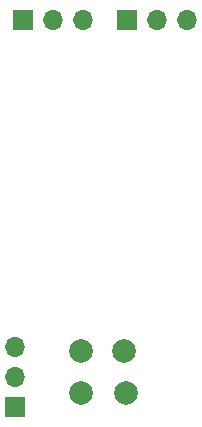
<source format=gbr>
%TF.GenerationSoftware,KiCad,Pcbnew,(6.0.2)*%
%TF.CreationDate,2022-05-10T14:03:59+02:00*%
%TF.ProjectId,AT806_Led-Matrix_backup,41543830-365f-44c6-9564-2d4d61747269,rev?*%
%TF.SameCoordinates,PX64e6140PY76a3180*%
%TF.FileFunction,Soldermask,Bot*%
%TF.FilePolarity,Negative*%
%FSLAX46Y46*%
G04 Gerber Fmt 4.6, Leading zero omitted, Abs format (unit mm)*
G04 Created by KiCad (PCBNEW (6.0.2)) date 2022-05-10 14:03:59*
%MOMM*%
%LPD*%
G01*
G04 APERTURE LIST*
%ADD10R,1.700000X1.700000*%
%ADD11O,1.700000X1.700000*%
%ADD12C,2.000000*%
G04 APERTURE END LIST*
D10*
%TO.C,J3*%
X1575000Y1875000D03*
D11*
X1575000Y4415000D03*
X1575000Y6955000D03*
%TD*%
D10*
%TO.C,J1*%
X2275000Y34625000D03*
D11*
X4815000Y34625000D03*
X7355000Y34625000D03*
%TD*%
D10*
%TO.C,J2*%
X11075000Y34625000D03*
D11*
X13615000Y34625000D03*
X16155000Y34625000D03*
%TD*%
D12*
%TO.C,TP4*%
X10800000Y6600000D03*
%TD*%
%TO.C,TP2*%
X11000000Y3000000D03*
%TD*%
%TO.C,TP3*%
X7200000Y6600000D03*
%TD*%
%TO.C,TP1*%
X7200000Y3000000D03*
%TD*%
M02*

</source>
